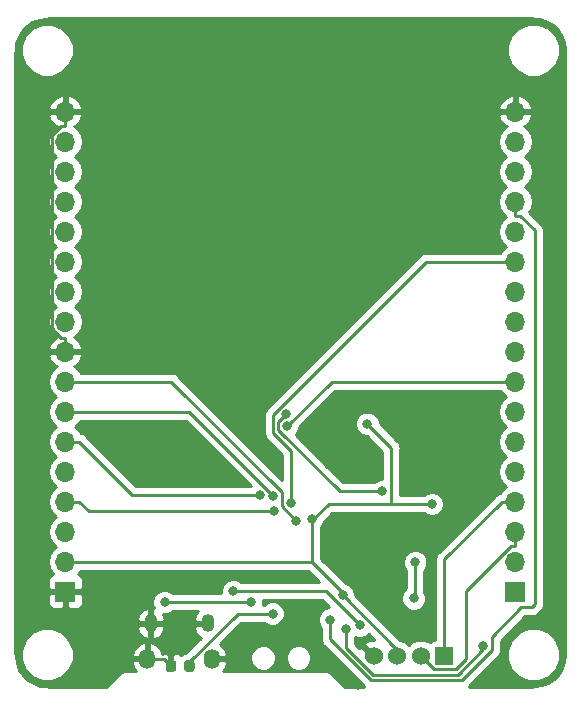
<source format=gbr>
G04 #@! TF.GenerationSoftware,KiCad,Pcbnew,5.0.2-bee76a0~70~ubuntu18.04.1*
G04 #@! TF.CreationDate,2019-02-14T01:12:15+09:00*
G04 #@! TF.ProjectId,LeonardoBB,4c656f6e-6172-4646-9f42-422e6b696361,rev?*
G04 #@! TF.SameCoordinates,Original*
G04 #@! TF.FileFunction,Copper,L2,Bot*
G04 #@! TF.FilePolarity,Positive*
%FSLAX46Y46*%
G04 Gerber Fmt 4.6, Leading zero omitted, Abs format (unit mm)*
G04 Created by KiCad (PCBNEW 5.0.2-bee76a0~70~ubuntu18.04.1) date 2019年02月14日 01時12分15秒*
%MOMM*%
%LPD*%
G01*
G04 APERTURE LIST*
G04 #@! TA.AperFunction,Conductor*
%ADD10C,0.100000*%
G04 #@! TD*
G04 #@! TA.AperFunction,SMDPad,CuDef*
%ADD11C,0.875000*%
G04 #@! TD*
G04 #@! TA.AperFunction,ComponentPad*
%ADD12O,1.100000X1.500000*%
G04 #@! TD*
G04 #@! TA.AperFunction,ComponentPad*
%ADD13O,1.350000X1.700000*%
G04 #@! TD*
G04 #@! TA.AperFunction,ComponentPad*
%ADD14R,1.524000X1.524000*%
G04 #@! TD*
G04 #@! TA.AperFunction,ComponentPad*
%ADD15C,1.524000*%
G04 #@! TD*
G04 #@! TA.AperFunction,ComponentPad*
%ADD16O,1.700000X1.700000*%
G04 #@! TD*
G04 #@! TA.AperFunction,ComponentPad*
%ADD17R,1.700000X1.700000*%
G04 #@! TD*
G04 #@! TA.AperFunction,ViaPad*
%ADD18C,0.800000*%
G04 #@! TD*
G04 #@! TA.AperFunction,Conductor*
%ADD19C,0.250000*%
G04 #@! TD*
G04 #@! TA.AperFunction,Conductor*
%ADD20C,0.254000*%
G04 #@! TD*
G04 APERTURE END LIST*
D10*
G04 #@! TO.N,GND*
G04 #@! TO.C,D2*
G36*
X134110691Y-125066053D02*
X134131926Y-125069203D01*
X134152750Y-125074419D01*
X134172962Y-125081651D01*
X134192368Y-125090830D01*
X134210781Y-125101866D01*
X134228024Y-125114654D01*
X134243930Y-125129070D01*
X134258346Y-125144976D01*
X134271134Y-125162219D01*
X134282170Y-125180632D01*
X134291349Y-125200038D01*
X134298581Y-125220250D01*
X134303797Y-125241074D01*
X134306947Y-125262309D01*
X134308000Y-125283750D01*
X134308000Y-125796250D01*
X134306947Y-125817691D01*
X134303797Y-125838926D01*
X134298581Y-125859750D01*
X134291349Y-125879962D01*
X134282170Y-125899368D01*
X134271134Y-125917781D01*
X134258346Y-125935024D01*
X134243930Y-125950930D01*
X134228024Y-125965346D01*
X134210781Y-125978134D01*
X134192368Y-125989170D01*
X134172962Y-125998349D01*
X134152750Y-126005581D01*
X134131926Y-126010797D01*
X134110691Y-126013947D01*
X134089250Y-126015000D01*
X133651750Y-126015000D01*
X133630309Y-126013947D01*
X133609074Y-126010797D01*
X133588250Y-126005581D01*
X133568038Y-125998349D01*
X133548632Y-125989170D01*
X133530219Y-125978134D01*
X133512976Y-125965346D01*
X133497070Y-125950930D01*
X133482654Y-125935024D01*
X133469866Y-125917781D01*
X133458830Y-125899368D01*
X133449651Y-125879962D01*
X133442419Y-125859750D01*
X133437203Y-125838926D01*
X133434053Y-125817691D01*
X133433000Y-125796250D01*
X133433000Y-125283750D01*
X133434053Y-125262309D01*
X133437203Y-125241074D01*
X133442419Y-125220250D01*
X133449651Y-125200038D01*
X133458830Y-125180632D01*
X133469866Y-125162219D01*
X133482654Y-125144976D01*
X133497070Y-125129070D01*
X133512976Y-125114654D01*
X133530219Y-125101866D01*
X133548632Y-125090830D01*
X133568038Y-125081651D01*
X133588250Y-125074419D01*
X133609074Y-125069203D01*
X133630309Y-125066053D01*
X133651750Y-125065000D01*
X134089250Y-125065000D01*
X134110691Y-125066053D01*
X134110691Y-125066053D01*
G37*
D11*
G04 #@! TD*
G04 #@! TO.P,D2,1*
G04 #@! TO.N,GND*
X133870500Y-125540000D03*
D10*
G04 #@! TO.N,Net-(D2-Pad2)*
G04 #@! TO.C,D2*
G36*
X135685691Y-125066053D02*
X135706926Y-125069203D01*
X135727750Y-125074419D01*
X135747962Y-125081651D01*
X135767368Y-125090830D01*
X135785781Y-125101866D01*
X135803024Y-125114654D01*
X135818930Y-125129070D01*
X135833346Y-125144976D01*
X135846134Y-125162219D01*
X135857170Y-125180632D01*
X135866349Y-125200038D01*
X135873581Y-125220250D01*
X135878797Y-125241074D01*
X135881947Y-125262309D01*
X135883000Y-125283750D01*
X135883000Y-125796250D01*
X135881947Y-125817691D01*
X135878797Y-125838926D01*
X135873581Y-125859750D01*
X135866349Y-125879962D01*
X135857170Y-125899368D01*
X135846134Y-125917781D01*
X135833346Y-125935024D01*
X135818930Y-125950930D01*
X135803024Y-125965346D01*
X135785781Y-125978134D01*
X135767368Y-125989170D01*
X135747962Y-125998349D01*
X135727750Y-126005581D01*
X135706926Y-126010797D01*
X135685691Y-126013947D01*
X135664250Y-126015000D01*
X135226750Y-126015000D01*
X135205309Y-126013947D01*
X135184074Y-126010797D01*
X135163250Y-126005581D01*
X135143038Y-125998349D01*
X135123632Y-125989170D01*
X135105219Y-125978134D01*
X135087976Y-125965346D01*
X135072070Y-125950930D01*
X135057654Y-125935024D01*
X135044866Y-125917781D01*
X135033830Y-125899368D01*
X135024651Y-125879962D01*
X135017419Y-125859750D01*
X135012203Y-125838926D01*
X135009053Y-125817691D01*
X135008000Y-125796250D01*
X135008000Y-125283750D01*
X135009053Y-125262309D01*
X135012203Y-125241074D01*
X135017419Y-125220250D01*
X135024651Y-125200038D01*
X135033830Y-125180632D01*
X135044866Y-125162219D01*
X135057654Y-125144976D01*
X135072070Y-125129070D01*
X135087976Y-125114654D01*
X135105219Y-125101866D01*
X135123632Y-125090830D01*
X135143038Y-125081651D01*
X135163250Y-125074419D01*
X135184074Y-125069203D01*
X135205309Y-125066053D01*
X135226750Y-125065000D01*
X135664250Y-125065000D01*
X135685691Y-125066053D01*
X135685691Y-125066053D01*
G37*
D11*
G04 #@! TD*
G04 #@! TO.P,D2,2*
G04 #@! TO.N,Net-(D2-Pad2)*
X135445500Y-125540000D03*
D12*
G04 #@! TO.P,J1,6*
G04 #@! TO.N,GND*
X132175000Y-121940000D03*
X137015000Y-121940000D03*
D13*
X131865000Y-124940000D03*
X137325000Y-124940000D03*
G04 #@! TD*
D14*
G04 #@! TO.P,J4,1*
G04 #@! TO.N,D3_SCL*
X157035000Y-124714000D03*
D15*
G04 #@! TO.P,J4,2*
G04 #@! TO.N,D2_SDA*
X155035000Y-124714000D03*
G04 #@! TO.P,J4,3*
G04 #@! TO.N,+5V*
X153035000Y-124714000D03*
G04 #@! TO.P,J4,4*
G04 #@! TO.N,GND*
X151035000Y-124714000D03*
G04 #@! TD*
D16*
G04 #@! TO.P,J2,17*
G04 #@! TO.N,GND*
X163050000Y-78610000D03*
G04 #@! TO.P,J2,16*
G04 #@! TO.N,+5V*
X163050000Y-81150000D03*
G04 #@! TO.P,J2,15*
G04 #@! TO.N,+3V3*
X163050000Y-83690000D03*
G04 #@! TO.P,J2,14*
G04 #@! TO.N,D13_PWM*
X163050000Y-86230000D03*
G04 #@! TO.P,J2,13*
G04 #@! TO.N,D12*
X163050000Y-88770000D03*
G04 #@! TO.P,J2,12*
G04 #@! TO.N,D11_PWM*
X163050000Y-91310000D03*
G04 #@! TO.P,J2,11*
G04 #@! TO.N,D10_PWM*
X163050000Y-93850000D03*
G04 #@! TO.P,J2,10*
G04 #@! TO.N,D9_PWM*
X163050000Y-96390000D03*
G04 #@! TO.P,J2,9*
G04 #@! TO.N,D8*
X163050000Y-98930000D03*
G04 #@! TO.P,J2,8*
G04 #@! TO.N,D7*
X163050000Y-101470000D03*
G04 #@! TO.P,J2,7*
G04 #@! TO.N,D6_PWM*
X163050000Y-104010000D03*
G04 #@! TO.P,J2,6*
G04 #@! TO.N,D5_PWM*
X163050000Y-106550000D03*
G04 #@! TO.P,J2,5*
G04 #@! TO.N,D4*
X163050000Y-109090000D03*
G04 #@! TO.P,J2,4*
G04 #@! TO.N,D3_SCL*
X163050000Y-111630000D03*
G04 #@! TO.P,J2,3*
G04 #@! TO.N,D2_SDA*
X163050000Y-114170000D03*
G04 #@! TO.P,J2,2*
G04 #@! TO.N,D1_TX*
X163050000Y-116710000D03*
D17*
G04 #@! TO.P,J2,1*
G04 #@! TO.N,D0_RX*
X163050000Y-119250000D03*
G04 #@! TD*
G04 #@! TO.P,J3,1*
G04 #@! TO.N,GND*
X124950000Y-119250000D03*
D16*
G04 #@! TO.P,J3,2*
G04 #@! TO.N,+5V*
X124950000Y-116710000D03*
G04 #@! TO.P,J3,3*
G04 #@! TO.N,RAW*
X124950000Y-114170000D03*
G04 #@! TO.P,J3,4*
G04 #@! TO.N,MISO*
X124950000Y-111630000D03*
G04 #@! TO.P,J3,5*
G04 #@! TO.N,+5V*
X124950000Y-109090000D03*
G04 #@! TO.P,J3,6*
G04 #@! TO.N,SCK*
X124950000Y-106550000D03*
G04 #@! TO.P,J3,7*
G04 #@! TO.N,MOSI*
X124950000Y-104010000D03*
G04 #@! TO.P,J3,8*
G04 #@! TO.N,RESET*
X124950000Y-101470000D03*
G04 #@! TO.P,J3,9*
G04 #@! TO.N,GND*
X124950000Y-98930000D03*
G04 #@! TO.P,J3,10*
G04 #@! TO.N,AREF*
X124950000Y-96390000D03*
G04 #@! TO.P,J3,11*
G04 #@! TO.N,A5*
X124950000Y-93850000D03*
G04 #@! TO.P,J3,12*
G04 #@! TO.N,A4*
X124950000Y-91310000D03*
G04 #@! TO.P,J3,13*
G04 #@! TO.N,A3*
X124950000Y-88770000D03*
G04 #@! TO.P,J3,14*
G04 #@! TO.N,A2*
X124950000Y-86230000D03*
G04 #@! TO.P,J3,15*
G04 #@! TO.N,A1*
X124950000Y-83690000D03*
G04 #@! TO.P,J3,16*
G04 #@! TO.N,A0*
X124950000Y-81150000D03*
G04 #@! TO.P,J3,17*
G04 #@! TO.N,GND*
X124950000Y-78610000D03*
G04 #@! TD*
D18*
G04 #@! TO.N,GND*
X147286000Y-108486000D03*
X150114000Y-103251000D03*
X153098500Y-122745500D03*
X149733000Y-127190500D03*
X142303500Y-102298500D03*
X133731000Y-109220000D03*
X128651000Y-106680000D03*
G04 #@! TO.N,VBUS*
X140653400Y-120142000D03*
X133343600Y-120142000D03*
G04 #@! TO.N,Net-(C6-Pad1)*
X151793000Y-110721400D03*
X143636000Y-104227700D03*
G04 #@! TO.N,+5V*
X150518700Y-105038800D03*
X148436100Y-119555400D03*
X145786000Y-113120600D03*
X155989000Y-111824000D03*
G04 #@! TO.N,+3V3*
X160334700Y-123870000D03*
X148716700Y-122398000D03*
G04 #@! TO.N,Net-(D2-Pad2)*
X142483900Y-121102700D03*
G04 #@! TO.N,D7*
X143716300Y-105244600D03*
G04 #@! TO.N,D11_PWM*
X144053000Y-111732900D03*
G04 #@! TO.N,D13_PWM*
X147348500Y-121619800D03*
G04 #@! TO.N,RESET*
X144491700Y-113244400D03*
G04 #@! TO.N,MOSI*
X142546300Y-111127000D03*
G04 #@! TO.N,SCK*
X141454100Y-111050700D03*
G04 #@! TO.N,MISO*
X142580600Y-112412500D03*
G04 #@! TO.N,Net-(Q2-Pad4)*
X154436800Y-119817600D03*
X154568800Y-116774900D03*
G04 #@! TO.N,Net-(R5-Pad2)*
X139152800Y-119195400D03*
X149894600Y-122115900D03*
G04 #@! TD*
D19*
G04 #@! TO.N,GND*
X124950000Y-78610000D02*
X124950000Y-79785300D01*
X124950000Y-98930000D02*
X124950000Y-97754700D01*
X124950000Y-97754700D02*
X124582700Y-97754700D01*
X124582700Y-97754700D02*
X123774700Y-96946700D01*
X123774700Y-96946700D02*
X123774700Y-80593200D01*
X123774700Y-80593200D02*
X124582600Y-79785300D01*
X124582600Y-79785300D02*
X124950000Y-79785300D01*
X133870500Y-125540000D02*
X133270500Y-124940000D01*
X133270500Y-124940000D02*
X131865000Y-124940000D01*
X138250000Y-124940000D02*
X140254000Y-122936000D01*
X137325000Y-124940000D02*
X138250000Y-124940000D01*
X140254000Y-122936000D02*
X145478500Y-122936000D01*
X145478500Y-122936000D02*
X149733000Y-127190500D01*
X133731000Y-109220000D02*
X131191000Y-106680000D01*
X131191000Y-106680000D02*
X128651000Y-106680000D01*
G04 #@! TO.N,VBUS*
X133343600Y-120142000D02*
X140653400Y-120142000D01*
G04 #@! TO.N,Net-(C6-Pad1)*
X151793000Y-110721400D02*
X148156300Y-110721400D01*
X148156300Y-110721400D02*
X142990900Y-105556000D01*
X142990900Y-105556000D02*
X142990900Y-104872800D01*
X142990900Y-104872800D02*
X143636000Y-104227700D01*
G04 #@! TO.N,+5V*
X150518700Y-105038800D02*
X152549800Y-107069900D01*
X152549800Y-107069900D02*
X152549800Y-111824000D01*
X152549800Y-111824000D02*
X147240400Y-111824000D01*
X147240400Y-111824000D02*
X145864900Y-113199500D01*
X155989000Y-111824000D02*
X152549800Y-111824000D01*
X145786000Y-116710000D02*
X148436100Y-119360100D01*
X148436100Y-119360100D02*
X148436100Y-119555400D01*
X148436100Y-119555400D02*
X153035000Y-124154300D01*
X153035000Y-124154300D02*
X153035000Y-124714000D01*
X145864900Y-113199500D02*
X145786000Y-113120600D01*
X145864900Y-113199500D02*
X145864900Y-116631100D01*
X145864900Y-116631100D02*
X145786000Y-116710000D01*
X126125300Y-116710000D02*
X145786000Y-116710000D01*
X124950000Y-116710000D02*
X126125300Y-116710000D01*
G04 #@! TO.N,+3V3*
X160334700Y-123870000D02*
X160334700Y-124096800D01*
X160334700Y-124096800D02*
X158155000Y-126276500D01*
X158155000Y-126276500D02*
X150980200Y-126276500D01*
X150980200Y-126276500D02*
X148716700Y-124013000D01*
X148716700Y-124013000D02*
X148716700Y-122398000D01*
G04 #@! TO.N,Net-(D2-Pad2)*
X135445500Y-125540000D02*
X135445500Y-125183200D01*
X135445500Y-125183200D02*
X139526000Y-121102700D01*
X139526000Y-121102700D02*
X142483900Y-121102700D01*
G04 #@! TO.N,D2_SDA*
X163050000Y-114170000D02*
X163050000Y-115345300D01*
X155035000Y-124714000D02*
X156122400Y-125801400D01*
X156122400Y-125801400D02*
X157993200Y-125801400D01*
X157993200Y-125801400D02*
X158865800Y-124928800D01*
X158865800Y-124928800D02*
X158865800Y-119162200D01*
X158865800Y-119162200D02*
X162682700Y-115345300D01*
X162682700Y-115345300D02*
X163050000Y-115345300D01*
G04 #@! TO.N,D3_SCL*
X157035000Y-123626700D02*
X157035000Y-116469700D01*
X157035000Y-116469700D02*
X161874700Y-111630000D01*
X157035000Y-124714000D02*
X157035000Y-123626700D01*
X163050000Y-111630000D02*
X161874700Y-111630000D01*
G04 #@! TO.N,D7*
X143716300Y-105244600D02*
X147490900Y-101470000D01*
X147490900Y-101470000D02*
X163050000Y-101470000D01*
G04 #@! TO.N,D11_PWM*
X163050000Y-91310000D02*
X155516400Y-91310000D01*
X155516400Y-91310000D02*
X142533500Y-104292900D01*
X142533500Y-104292900D02*
X142533500Y-105828600D01*
X142533500Y-105828600D02*
X144053000Y-107348100D01*
X144053000Y-107348100D02*
X144053000Y-111732900D01*
G04 #@! TO.N,D13_PWM*
X163050000Y-87405300D02*
X163417300Y-87405300D01*
X163417300Y-87405300D02*
X164676200Y-88664200D01*
X163050000Y-86230000D02*
X163050000Y-87405300D01*
X164421700Y-120587000D02*
X164676200Y-120332500D01*
X163559402Y-120587000D02*
X164421700Y-120587000D01*
X161059701Y-124218001D02*
X161059701Y-123086701D01*
X147348500Y-121619800D02*
X147348500Y-123283100D01*
X161059701Y-123086701D02*
X163559402Y-120587000D01*
X147348500Y-123283100D02*
X150805800Y-126740400D01*
X150805800Y-126740400D02*
X158537302Y-126740400D01*
X158537302Y-126740400D02*
X161059701Y-124218001D01*
X164676200Y-120332500D02*
X164676200Y-88664200D01*
G04 #@! TO.N,RESET*
X144491700Y-113244400D02*
X143271600Y-112024300D01*
X143271600Y-112024300D02*
X143271600Y-110826500D01*
X143271600Y-110826500D02*
X133915100Y-101470000D01*
X133915100Y-101470000D02*
X124950000Y-101470000D01*
G04 #@! TO.N,MOSI*
X142546300Y-111127000D02*
X142546300Y-111117100D01*
X142546300Y-111117100D02*
X135439200Y-104010000D01*
X135439200Y-104010000D02*
X124950000Y-104010000D01*
G04 #@! TO.N,SCK*
X126125300Y-106550000D02*
X130626000Y-111050700D01*
X130626000Y-111050700D02*
X141454100Y-111050700D01*
X124950000Y-106550000D02*
X126125300Y-106550000D01*
G04 #@! TO.N,MISO*
X126125300Y-111630000D02*
X126907800Y-112412500D01*
X126907800Y-112412500D02*
X142580600Y-112412500D01*
X124950000Y-111630000D02*
X126125300Y-111630000D01*
G04 #@! TO.N,Net-(Q2-Pad4)*
X154436800Y-119817600D02*
X154568800Y-119685600D01*
X154568800Y-119685600D02*
X154568800Y-116774900D01*
G04 #@! TO.N,Net-(R5-Pad2)*
X139152800Y-119195400D02*
X146974100Y-119195400D01*
X146974100Y-119195400D02*
X149894600Y-122115900D01*
G04 #@! TD*
D20*
G04 #@! TO.N,GND*
G36*
X147288699Y-120584800D02*
X147142626Y-120584800D01*
X146762220Y-120742369D01*
X146471069Y-121033520D01*
X146313500Y-121413926D01*
X146313500Y-121825674D01*
X146471069Y-122206080D01*
X146588500Y-122323511D01*
X146588501Y-123208249D01*
X146573612Y-123283100D01*
X146588501Y-123357952D01*
X146632597Y-123579637D01*
X146800572Y-123831029D01*
X146864028Y-123873429D01*
X150215471Y-127224873D01*
X150257871Y-127288329D01*
X150260372Y-127290000D01*
X148594092Y-127290000D01*
X147551494Y-126247404D01*
X147511881Y-126188119D01*
X147277028Y-126031195D01*
X147069926Y-125990000D01*
X147069924Y-125990000D01*
X147000000Y-125976091D01*
X146930076Y-125990000D01*
X138271292Y-125990000D01*
X138469018Y-125759759D01*
X138628673Y-125272883D01*
X138478571Y-125067000D01*
X137452000Y-125067000D01*
X137452000Y-125087000D01*
X137198000Y-125087000D01*
X137198000Y-125067000D01*
X137178000Y-125067000D01*
X137178000Y-124813000D01*
X137198000Y-124813000D01*
X137198000Y-124793000D01*
X137452000Y-124793000D01*
X137452000Y-124813000D01*
X138478571Y-124813000D01*
X138606026Y-124638180D01*
X140607000Y-124638180D01*
X140607000Y-125069820D01*
X140772182Y-125468603D01*
X141077397Y-125773818D01*
X141476180Y-125939000D01*
X141907820Y-125939000D01*
X142306603Y-125773818D01*
X142611818Y-125468603D01*
X142777000Y-125069820D01*
X142777000Y-124638180D01*
X143607000Y-124638180D01*
X143607000Y-125069820D01*
X143772182Y-125468603D01*
X144077397Y-125773818D01*
X144476180Y-125939000D01*
X144907820Y-125939000D01*
X145306603Y-125773818D01*
X145611818Y-125468603D01*
X145777000Y-125069820D01*
X145777000Y-124638180D01*
X145611818Y-124239397D01*
X145306603Y-123934182D01*
X144907820Y-123769000D01*
X144476180Y-123769000D01*
X144077397Y-123934182D01*
X143772182Y-124239397D01*
X143607000Y-124638180D01*
X142777000Y-124638180D01*
X142611818Y-124239397D01*
X142306603Y-123934182D01*
X141907820Y-123769000D01*
X141476180Y-123769000D01*
X141077397Y-123934182D01*
X140772182Y-124239397D01*
X140607000Y-124638180D01*
X138606026Y-124638180D01*
X138628673Y-124607117D01*
X138469018Y-124120241D01*
X138135196Y-123731524D01*
X138026826Y-123676676D01*
X139840803Y-121862700D01*
X141780189Y-121862700D01*
X141897620Y-121980131D01*
X142278026Y-122137700D01*
X142689774Y-122137700D01*
X143070180Y-121980131D01*
X143361331Y-121688980D01*
X143518900Y-121308574D01*
X143518900Y-120896826D01*
X143361331Y-120516420D01*
X143070180Y-120225269D01*
X142689774Y-120067700D01*
X142278026Y-120067700D01*
X141897620Y-120225269D01*
X141780189Y-120342700D01*
X141688400Y-120342700D01*
X141688400Y-119955400D01*
X146659299Y-119955400D01*
X147288699Y-120584800D01*
X147288699Y-120584800D01*
G37*
X147288699Y-120584800D02*
X147142626Y-120584800D01*
X146762220Y-120742369D01*
X146471069Y-121033520D01*
X146313500Y-121413926D01*
X146313500Y-121825674D01*
X146471069Y-122206080D01*
X146588500Y-122323511D01*
X146588501Y-123208249D01*
X146573612Y-123283100D01*
X146588501Y-123357952D01*
X146632597Y-123579637D01*
X146800572Y-123831029D01*
X146864028Y-123873429D01*
X150215471Y-127224873D01*
X150257871Y-127288329D01*
X150260372Y-127290000D01*
X148594092Y-127290000D01*
X147551494Y-126247404D01*
X147511881Y-126188119D01*
X147277028Y-126031195D01*
X147069926Y-125990000D01*
X147069924Y-125990000D01*
X147000000Y-125976091D01*
X146930076Y-125990000D01*
X138271292Y-125990000D01*
X138469018Y-125759759D01*
X138628673Y-125272883D01*
X138478571Y-125067000D01*
X137452000Y-125067000D01*
X137452000Y-125087000D01*
X137198000Y-125087000D01*
X137198000Y-125067000D01*
X137178000Y-125067000D01*
X137178000Y-124813000D01*
X137198000Y-124813000D01*
X137198000Y-124793000D01*
X137452000Y-124793000D01*
X137452000Y-124813000D01*
X138478571Y-124813000D01*
X138606026Y-124638180D01*
X140607000Y-124638180D01*
X140607000Y-125069820D01*
X140772182Y-125468603D01*
X141077397Y-125773818D01*
X141476180Y-125939000D01*
X141907820Y-125939000D01*
X142306603Y-125773818D01*
X142611818Y-125468603D01*
X142777000Y-125069820D01*
X142777000Y-124638180D01*
X143607000Y-124638180D01*
X143607000Y-125069820D01*
X143772182Y-125468603D01*
X144077397Y-125773818D01*
X144476180Y-125939000D01*
X144907820Y-125939000D01*
X145306603Y-125773818D01*
X145611818Y-125468603D01*
X145777000Y-125069820D01*
X145777000Y-124638180D01*
X145611818Y-124239397D01*
X145306603Y-123934182D01*
X144907820Y-123769000D01*
X144476180Y-123769000D01*
X144077397Y-123934182D01*
X143772182Y-124239397D01*
X143607000Y-124638180D01*
X142777000Y-124638180D01*
X142611818Y-124239397D01*
X142306603Y-123934182D01*
X141907820Y-123769000D01*
X141476180Y-123769000D01*
X141077397Y-123934182D01*
X140772182Y-124239397D01*
X140607000Y-124638180D01*
X138606026Y-124638180D01*
X138628673Y-124607117D01*
X138469018Y-124120241D01*
X138135196Y-123731524D01*
X138026826Y-123676676D01*
X139840803Y-121862700D01*
X141780189Y-121862700D01*
X141897620Y-121980131D01*
X142278026Y-122137700D01*
X142689774Y-122137700D01*
X143070180Y-121980131D01*
X143361331Y-121688980D01*
X143518900Y-121308574D01*
X143518900Y-120896826D01*
X143361331Y-120516420D01*
X143070180Y-120225269D01*
X142689774Y-120067700D01*
X142278026Y-120067700D01*
X141897620Y-120225269D01*
X141780189Y-120342700D01*
X141688400Y-120342700D01*
X141688400Y-119955400D01*
X146659299Y-119955400D01*
X147288699Y-120584800D01*
G36*
X164439665Y-70717298D02*
X164520621Y-70730701D01*
X165171339Y-70801391D01*
X165716030Y-70984701D01*
X166208644Y-71280693D01*
X166626208Y-71675564D01*
X166949237Y-72150888D01*
X167162663Y-72684490D01*
X167261385Y-73280823D01*
X167265287Y-73420521D01*
X167286832Y-73577811D01*
X167290001Y-73586424D01*
X167290000Y-124418227D01*
X167282702Y-124439665D01*
X167269299Y-124520621D01*
X167198609Y-125171338D01*
X167015299Y-125716030D01*
X166719310Y-126208640D01*
X166324439Y-126626205D01*
X165849112Y-126949237D01*
X165315507Y-127162664D01*
X164719177Y-127261385D01*
X164579479Y-127265287D01*
X164422189Y-127286832D01*
X164413579Y-127290000D01*
X159082730Y-127290000D01*
X159085231Y-127288329D01*
X159127633Y-127224870D01*
X161544174Y-124808330D01*
X161607630Y-124765930D01*
X161775605Y-124514538D01*
X161819701Y-124292853D01*
X161819701Y-124292848D01*
X161834589Y-124218001D01*
X161822144Y-124155431D01*
X162365000Y-124155431D01*
X162365000Y-125044569D01*
X162705259Y-125866026D01*
X163333974Y-126494741D01*
X164155431Y-126835000D01*
X165044569Y-126835000D01*
X165866026Y-126494741D01*
X166494741Y-125866026D01*
X166835000Y-125044569D01*
X166835000Y-124155431D01*
X166494741Y-123333974D01*
X165866026Y-122705259D01*
X165044569Y-122365000D01*
X164155431Y-122365000D01*
X163333974Y-122705259D01*
X162705259Y-123333974D01*
X162365000Y-124155431D01*
X161822144Y-124155431D01*
X161819701Y-124143154D01*
X161819701Y-123401502D01*
X163874204Y-121347000D01*
X164346853Y-121347000D01*
X164421700Y-121361888D01*
X164496547Y-121347000D01*
X164496552Y-121347000D01*
X164718237Y-121302904D01*
X164969629Y-121134929D01*
X165012030Y-121071471D01*
X165160673Y-120922829D01*
X165224129Y-120880429D01*
X165392104Y-120629037D01*
X165436200Y-120407352D01*
X165436200Y-120407348D01*
X165451088Y-120332501D01*
X165436200Y-120257654D01*
X165436200Y-88739046D01*
X165451088Y-88664199D01*
X165436200Y-88589352D01*
X165436200Y-88589348D01*
X165392104Y-88367663D01*
X165350302Y-88305102D01*
X165266529Y-88179726D01*
X165266527Y-88179724D01*
X165224129Y-88116271D01*
X165160676Y-88073873D01*
X164227491Y-87140689D01*
X164448839Y-86809418D01*
X164564092Y-86230000D01*
X164448839Y-85650582D01*
X164120625Y-85159375D01*
X163822239Y-84960000D01*
X164120625Y-84760625D01*
X164448839Y-84269418D01*
X164564092Y-83690000D01*
X164448839Y-83110582D01*
X164120625Y-82619375D01*
X163822239Y-82420000D01*
X164120625Y-82220625D01*
X164448839Y-81729418D01*
X164564092Y-81150000D01*
X164448839Y-80570582D01*
X164120625Y-80079375D01*
X163801522Y-79866157D01*
X163931358Y-79805183D01*
X164321645Y-79376924D01*
X164491476Y-78966890D01*
X164370155Y-78737000D01*
X163177000Y-78737000D01*
X163177000Y-78757000D01*
X162923000Y-78757000D01*
X162923000Y-78737000D01*
X161729845Y-78737000D01*
X161608524Y-78966890D01*
X161778355Y-79376924D01*
X162168642Y-79805183D01*
X162298478Y-79866157D01*
X161979375Y-80079375D01*
X161651161Y-80570582D01*
X161535908Y-81150000D01*
X161651161Y-81729418D01*
X161979375Y-82220625D01*
X162277761Y-82420000D01*
X161979375Y-82619375D01*
X161651161Y-83110582D01*
X161535908Y-83690000D01*
X161651161Y-84269418D01*
X161979375Y-84760625D01*
X162277761Y-84960000D01*
X161979375Y-85159375D01*
X161651161Y-85650582D01*
X161535908Y-86230000D01*
X161651161Y-86809418D01*
X161979375Y-87300625D01*
X162277761Y-87500000D01*
X161979375Y-87699375D01*
X161651161Y-88190582D01*
X161535908Y-88770000D01*
X161651161Y-89349418D01*
X161979375Y-89840625D01*
X162277761Y-90040000D01*
X161979375Y-90239375D01*
X161771822Y-90550000D01*
X155591246Y-90550000D01*
X155516399Y-90535112D01*
X155441552Y-90550000D01*
X155441548Y-90550000D01*
X155219863Y-90594096D01*
X154968471Y-90762071D01*
X154926071Y-90825527D01*
X142049030Y-103702569D01*
X141985571Y-103744971D01*
X141817596Y-103996364D01*
X141773500Y-104218049D01*
X141773500Y-104218053D01*
X141758612Y-104292900D01*
X141773500Y-104367747D01*
X141773501Y-105753749D01*
X141758612Y-105828600D01*
X141817597Y-106125137D01*
X141915664Y-106271904D01*
X141985572Y-106376529D01*
X142049028Y-106418929D01*
X143293000Y-107662902D01*
X143293001Y-109773099D01*
X134505431Y-100985530D01*
X134463029Y-100922071D01*
X134211637Y-100754096D01*
X133989952Y-100710000D01*
X133989947Y-100710000D01*
X133915100Y-100695112D01*
X133840253Y-100710000D01*
X126228178Y-100710000D01*
X126020625Y-100399375D01*
X125701522Y-100186157D01*
X125831358Y-100125183D01*
X126221645Y-99696924D01*
X126391476Y-99286890D01*
X126270155Y-99057000D01*
X125077000Y-99057000D01*
X125077000Y-99077000D01*
X124823000Y-99077000D01*
X124823000Y-99057000D01*
X123629845Y-99057000D01*
X123508524Y-99286890D01*
X123678355Y-99696924D01*
X124068642Y-100125183D01*
X124198478Y-100186157D01*
X123879375Y-100399375D01*
X123551161Y-100890582D01*
X123435908Y-101470000D01*
X123551161Y-102049418D01*
X123879375Y-102540625D01*
X124177761Y-102740000D01*
X123879375Y-102939375D01*
X123551161Y-103430582D01*
X123435908Y-104010000D01*
X123551161Y-104589418D01*
X123879375Y-105080625D01*
X124177761Y-105280000D01*
X123879375Y-105479375D01*
X123551161Y-105970582D01*
X123435908Y-106550000D01*
X123551161Y-107129418D01*
X123879375Y-107620625D01*
X124177761Y-107820000D01*
X123879375Y-108019375D01*
X123551161Y-108510582D01*
X123435908Y-109090000D01*
X123551161Y-109669418D01*
X123879375Y-110160625D01*
X124177761Y-110360000D01*
X123879375Y-110559375D01*
X123551161Y-111050582D01*
X123435908Y-111630000D01*
X123551161Y-112209418D01*
X123879375Y-112700625D01*
X124177761Y-112900000D01*
X123879375Y-113099375D01*
X123551161Y-113590582D01*
X123435908Y-114170000D01*
X123551161Y-114749418D01*
X123879375Y-115240625D01*
X124177761Y-115440000D01*
X123879375Y-115639375D01*
X123551161Y-116130582D01*
X123435908Y-116710000D01*
X123551161Y-117289418D01*
X123879375Y-117780625D01*
X123901033Y-117795096D01*
X123740302Y-117861673D01*
X123561673Y-118040301D01*
X123465000Y-118273690D01*
X123465000Y-118964250D01*
X123623750Y-119123000D01*
X124823000Y-119123000D01*
X124823000Y-119103000D01*
X125077000Y-119103000D01*
X125077000Y-119123000D01*
X126276250Y-119123000D01*
X126435000Y-118964250D01*
X126435000Y-118273690D01*
X126338327Y-118040301D01*
X126159698Y-117861673D01*
X125998967Y-117795096D01*
X126020625Y-117780625D01*
X126228178Y-117470000D01*
X145471199Y-117470000D01*
X146436598Y-118435400D01*
X139856511Y-118435400D01*
X139739080Y-118317969D01*
X139358674Y-118160400D01*
X138946926Y-118160400D01*
X138566520Y-118317969D01*
X138275369Y-118609120D01*
X138117800Y-118989526D01*
X138117800Y-119382000D01*
X134047311Y-119382000D01*
X133929880Y-119264569D01*
X133549474Y-119107000D01*
X133137726Y-119107000D01*
X132757320Y-119264569D01*
X132466169Y-119555720D01*
X132308600Y-119936126D01*
X132308600Y-120347874D01*
X132427683Y-120635366D01*
X132302000Y-120721639D01*
X132302000Y-121813000D01*
X133205148Y-121813000D01*
X133360680Y-121626117D01*
X133226844Y-121181046D01*
X133223540Y-121177000D01*
X133549474Y-121177000D01*
X133929880Y-121019431D01*
X134047311Y-120902000D01*
X136191035Y-120902000D01*
X135963156Y-121181046D01*
X135829320Y-121626117D01*
X135984852Y-121813000D01*
X136888000Y-121813000D01*
X136888000Y-121793000D01*
X137142000Y-121793000D01*
X137142000Y-121813000D01*
X137162000Y-121813000D01*
X137162000Y-122067000D01*
X137142000Y-122067000D01*
X137142000Y-122087000D01*
X136888000Y-122087000D01*
X136888000Y-122067000D01*
X135984852Y-122067000D01*
X135829320Y-122253883D01*
X135963156Y-122698954D01*
X136257125Y-123058929D01*
X136411808Y-123142091D01*
X135113889Y-124440009D01*
X134895273Y-124483495D01*
X134732969Y-124591943D01*
X134667698Y-124526673D01*
X134434309Y-124430000D01*
X134156250Y-124430000D01*
X133997500Y-124588750D01*
X133997500Y-125413000D01*
X134017500Y-125413000D01*
X134017500Y-125667000D01*
X133997500Y-125667000D01*
X133997500Y-125687000D01*
X133743500Y-125687000D01*
X133743500Y-125667000D01*
X133723500Y-125667000D01*
X133723500Y-125413000D01*
X133743500Y-125413000D01*
X133743500Y-124588750D01*
X133584750Y-124430000D01*
X133306691Y-124430000D01*
X133134044Y-124501513D01*
X133009018Y-124120241D01*
X132675196Y-123731524D01*
X132218029Y-123500144D01*
X132194400Y-123497090D01*
X131992000Y-123620776D01*
X131992000Y-124813000D01*
X132012000Y-124813000D01*
X132012000Y-125067000D01*
X131992000Y-125067000D01*
X131992000Y-125087000D01*
X131738000Y-125087000D01*
X131738000Y-125067000D01*
X130711429Y-125067000D01*
X130561327Y-125272883D01*
X130720982Y-125759759D01*
X130918708Y-125990000D01*
X130069926Y-125990000D01*
X130000000Y-125976091D01*
X129930074Y-125990000D01*
X129756650Y-126024496D01*
X129722972Y-126031195D01*
X129547449Y-126148476D01*
X129488119Y-126188119D01*
X129448510Y-126247398D01*
X128405910Y-127290000D01*
X123581773Y-127290000D01*
X123560335Y-127282702D01*
X123479379Y-127269299D01*
X122828662Y-127198609D01*
X122283970Y-127015299D01*
X121791360Y-126719310D01*
X121373795Y-126324439D01*
X121050763Y-125849112D01*
X120837336Y-125315507D01*
X120738615Y-124719177D01*
X120734713Y-124579479D01*
X120713168Y-124422189D01*
X120710000Y-124413579D01*
X120710000Y-124155431D01*
X121165000Y-124155431D01*
X121165000Y-125044569D01*
X121505259Y-125866026D01*
X122133974Y-126494741D01*
X122955431Y-126835000D01*
X123844569Y-126835000D01*
X124666026Y-126494741D01*
X125294741Y-125866026D01*
X125635000Y-125044569D01*
X125635000Y-124607117D01*
X130561327Y-124607117D01*
X130711429Y-124813000D01*
X131738000Y-124813000D01*
X131738000Y-123620776D01*
X131535600Y-123497090D01*
X131511971Y-123500144D01*
X131054804Y-123731524D01*
X130720982Y-124120241D01*
X130561327Y-124607117D01*
X125635000Y-124607117D01*
X125635000Y-124155431D01*
X125294741Y-123333974D01*
X124666026Y-122705259D01*
X123844569Y-122365000D01*
X122955431Y-122365000D01*
X122133974Y-122705259D01*
X121505259Y-123333974D01*
X121165000Y-124155431D01*
X120710000Y-124155431D01*
X120710000Y-122253883D01*
X130989320Y-122253883D01*
X131123156Y-122698954D01*
X131417125Y-123058929D01*
X131826474Y-123279006D01*
X131865256Y-123283803D01*
X132048000Y-123158361D01*
X132048000Y-122067000D01*
X132302000Y-122067000D01*
X132302000Y-123158361D01*
X132484744Y-123283803D01*
X132523526Y-123279006D01*
X132932875Y-123058929D01*
X133226844Y-122698954D01*
X133360680Y-122253883D01*
X133205148Y-122067000D01*
X132302000Y-122067000D01*
X132048000Y-122067000D01*
X131144852Y-122067000D01*
X130989320Y-122253883D01*
X120710000Y-122253883D01*
X120710000Y-121626117D01*
X130989320Y-121626117D01*
X131144852Y-121813000D01*
X132048000Y-121813000D01*
X132048000Y-120721639D01*
X131865256Y-120596197D01*
X131826474Y-120600994D01*
X131417125Y-120821071D01*
X131123156Y-121181046D01*
X130989320Y-121626117D01*
X120710000Y-121626117D01*
X120710000Y-119535750D01*
X123465000Y-119535750D01*
X123465000Y-120226310D01*
X123561673Y-120459699D01*
X123740302Y-120638327D01*
X123973691Y-120735000D01*
X124664250Y-120735000D01*
X124823000Y-120576250D01*
X124823000Y-119377000D01*
X125077000Y-119377000D01*
X125077000Y-120576250D01*
X125235750Y-120735000D01*
X125926309Y-120735000D01*
X126159698Y-120638327D01*
X126338327Y-120459699D01*
X126435000Y-120226310D01*
X126435000Y-119535750D01*
X126276250Y-119377000D01*
X125077000Y-119377000D01*
X124823000Y-119377000D01*
X123623750Y-119377000D01*
X123465000Y-119535750D01*
X120710000Y-119535750D01*
X120710000Y-81150000D01*
X123435908Y-81150000D01*
X123551161Y-81729418D01*
X123879375Y-82220625D01*
X124177761Y-82420000D01*
X123879375Y-82619375D01*
X123551161Y-83110582D01*
X123435908Y-83690000D01*
X123551161Y-84269418D01*
X123879375Y-84760625D01*
X124177761Y-84960000D01*
X123879375Y-85159375D01*
X123551161Y-85650582D01*
X123435908Y-86230000D01*
X123551161Y-86809418D01*
X123879375Y-87300625D01*
X124177761Y-87500000D01*
X123879375Y-87699375D01*
X123551161Y-88190582D01*
X123435908Y-88770000D01*
X123551161Y-89349418D01*
X123879375Y-89840625D01*
X124177761Y-90040000D01*
X123879375Y-90239375D01*
X123551161Y-90730582D01*
X123435908Y-91310000D01*
X123551161Y-91889418D01*
X123879375Y-92380625D01*
X124177761Y-92580000D01*
X123879375Y-92779375D01*
X123551161Y-93270582D01*
X123435908Y-93850000D01*
X123551161Y-94429418D01*
X123879375Y-94920625D01*
X124177761Y-95120000D01*
X123879375Y-95319375D01*
X123551161Y-95810582D01*
X123435908Y-96390000D01*
X123551161Y-96969418D01*
X123879375Y-97460625D01*
X124198478Y-97673843D01*
X124068642Y-97734817D01*
X123678355Y-98163076D01*
X123508524Y-98573110D01*
X123629845Y-98803000D01*
X124823000Y-98803000D01*
X124823000Y-98783000D01*
X125077000Y-98783000D01*
X125077000Y-98803000D01*
X126270155Y-98803000D01*
X126391476Y-98573110D01*
X126221645Y-98163076D01*
X125831358Y-97734817D01*
X125701522Y-97673843D01*
X126020625Y-97460625D01*
X126348839Y-96969418D01*
X126464092Y-96390000D01*
X126348839Y-95810582D01*
X126020625Y-95319375D01*
X125722239Y-95120000D01*
X126020625Y-94920625D01*
X126348839Y-94429418D01*
X126464092Y-93850000D01*
X126348839Y-93270582D01*
X126020625Y-92779375D01*
X125722239Y-92580000D01*
X126020625Y-92380625D01*
X126348839Y-91889418D01*
X126464092Y-91310000D01*
X126348839Y-90730582D01*
X126020625Y-90239375D01*
X125722239Y-90040000D01*
X126020625Y-89840625D01*
X126348839Y-89349418D01*
X126464092Y-88770000D01*
X126348839Y-88190582D01*
X126020625Y-87699375D01*
X125722239Y-87500000D01*
X126020625Y-87300625D01*
X126348839Y-86809418D01*
X126464092Y-86230000D01*
X126348839Y-85650582D01*
X126020625Y-85159375D01*
X125722239Y-84960000D01*
X126020625Y-84760625D01*
X126348839Y-84269418D01*
X126464092Y-83690000D01*
X126348839Y-83110582D01*
X126020625Y-82619375D01*
X125722239Y-82420000D01*
X126020625Y-82220625D01*
X126348839Y-81729418D01*
X126464092Y-81150000D01*
X126348839Y-80570582D01*
X126020625Y-80079375D01*
X125701522Y-79866157D01*
X125831358Y-79805183D01*
X126221645Y-79376924D01*
X126391476Y-78966890D01*
X126270155Y-78737000D01*
X125077000Y-78737000D01*
X125077000Y-78757000D01*
X124823000Y-78757000D01*
X124823000Y-78737000D01*
X123629845Y-78737000D01*
X123508524Y-78966890D01*
X123678355Y-79376924D01*
X124068642Y-79805183D01*
X124198478Y-79866157D01*
X123879375Y-80079375D01*
X123551161Y-80570582D01*
X123435908Y-81150000D01*
X120710000Y-81150000D01*
X120710000Y-78253110D01*
X123508524Y-78253110D01*
X123629845Y-78483000D01*
X124823000Y-78483000D01*
X124823000Y-77289181D01*
X125077000Y-77289181D01*
X125077000Y-78483000D01*
X126270155Y-78483000D01*
X126391476Y-78253110D01*
X161608524Y-78253110D01*
X161729845Y-78483000D01*
X162923000Y-78483000D01*
X162923000Y-77289181D01*
X163177000Y-77289181D01*
X163177000Y-78483000D01*
X164370155Y-78483000D01*
X164491476Y-78253110D01*
X164321645Y-77843076D01*
X163931358Y-77414817D01*
X163406892Y-77168514D01*
X163177000Y-77289181D01*
X162923000Y-77289181D01*
X162693108Y-77168514D01*
X162168642Y-77414817D01*
X161778355Y-77843076D01*
X161608524Y-78253110D01*
X126391476Y-78253110D01*
X126221645Y-77843076D01*
X125831358Y-77414817D01*
X125306892Y-77168514D01*
X125077000Y-77289181D01*
X124823000Y-77289181D01*
X124593108Y-77168514D01*
X124068642Y-77414817D01*
X123678355Y-77843076D01*
X123508524Y-78253110D01*
X120710000Y-78253110D01*
X120710000Y-73581773D01*
X120717298Y-73560335D01*
X120730701Y-73479379D01*
X120787619Y-72955431D01*
X121165000Y-72955431D01*
X121165000Y-73844569D01*
X121505259Y-74666026D01*
X122133974Y-75294741D01*
X122955431Y-75635000D01*
X123844569Y-75635000D01*
X124666026Y-75294741D01*
X125294741Y-74666026D01*
X125635000Y-73844569D01*
X125635000Y-72955431D01*
X162365000Y-72955431D01*
X162365000Y-73844569D01*
X162705259Y-74666026D01*
X163333974Y-75294741D01*
X164155431Y-75635000D01*
X165044569Y-75635000D01*
X165866026Y-75294741D01*
X166494741Y-74666026D01*
X166835000Y-73844569D01*
X166835000Y-72955431D01*
X166494741Y-72133974D01*
X165866026Y-71505259D01*
X165044569Y-71165000D01*
X164155431Y-71165000D01*
X163333974Y-71505259D01*
X162705259Y-72133974D01*
X162365000Y-72955431D01*
X125635000Y-72955431D01*
X125294741Y-72133974D01*
X124666026Y-71505259D01*
X123844569Y-71165000D01*
X122955431Y-71165000D01*
X122133974Y-71505259D01*
X121505259Y-72133974D01*
X121165000Y-72955431D01*
X120787619Y-72955431D01*
X120801391Y-72828661D01*
X120984701Y-72283970D01*
X121280693Y-71791356D01*
X121675564Y-71373792D01*
X122150888Y-71050763D01*
X122684490Y-70837337D01*
X123280823Y-70738615D01*
X123420521Y-70734713D01*
X123577811Y-70713168D01*
X123586421Y-70710000D01*
X164418227Y-70710000D01*
X164439665Y-70717298D01*
X164439665Y-70717298D01*
G37*
X164439665Y-70717298D02*
X164520621Y-70730701D01*
X165171339Y-70801391D01*
X165716030Y-70984701D01*
X166208644Y-71280693D01*
X166626208Y-71675564D01*
X166949237Y-72150888D01*
X167162663Y-72684490D01*
X167261385Y-73280823D01*
X167265287Y-73420521D01*
X167286832Y-73577811D01*
X167290001Y-73586424D01*
X167290000Y-124418227D01*
X167282702Y-124439665D01*
X167269299Y-124520621D01*
X167198609Y-125171338D01*
X167015299Y-125716030D01*
X166719310Y-126208640D01*
X166324439Y-126626205D01*
X165849112Y-126949237D01*
X165315507Y-127162664D01*
X164719177Y-127261385D01*
X164579479Y-127265287D01*
X164422189Y-127286832D01*
X164413579Y-127290000D01*
X159082730Y-127290000D01*
X159085231Y-127288329D01*
X159127633Y-127224870D01*
X161544174Y-124808330D01*
X161607630Y-124765930D01*
X161775605Y-124514538D01*
X161819701Y-124292853D01*
X161819701Y-124292848D01*
X161834589Y-124218001D01*
X161822144Y-124155431D01*
X162365000Y-124155431D01*
X162365000Y-125044569D01*
X162705259Y-125866026D01*
X163333974Y-126494741D01*
X164155431Y-126835000D01*
X165044569Y-126835000D01*
X165866026Y-126494741D01*
X166494741Y-125866026D01*
X166835000Y-125044569D01*
X166835000Y-124155431D01*
X166494741Y-123333974D01*
X165866026Y-122705259D01*
X165044569Y-122365000D01*
X164155431Y-122365000D01*
X163333974Y-122705259D01*
X162705259Y-123333974D01*
X162365000Y-124155431D01*
X161822144Y-124155431D01*
X161819701Y-124143154D01*
X161819701Y-123401502D01*
X163874204Y-121347000D01*
X164346853Y-121347000D01*
X164421700Y-121361888D01*
X164496547Y-121347000D01*
X164496552Y-121347000D01*
X164718237Y-121302904D01*
X164969629Y-121134929D01*
X165012030Y-121071471D01*
X165160673Y-120922829D01*
X165224129Y-120880429D01*
X165392104Y-120629037D01*
X165436200Y-120407352D01*
X165436200Y-120407348D01*
X165451088Y-120332501D01*
X165436200Y-120257654D01*
X165436200Y-88739046D01*
X165451088Y-88664199D01*
X165436200Y-88589352D01*
X165436200Y-88589348D01*
X165392104Y-88367663D01*
X165350302Y-88305102D01*
X165266529Y-88179726D01*
X165266527Y-88179724D01*
X165224129Y-88116271D01*
X165160676Y-88073873D01*
X164227491Y-87140689D01*
X164448839Y-86809418D01*
X164564092Y-86230000D01*
X164448839Y-85650582D01*
X164120625Y-85159375D01*
X163822239Y-84960000D01*
X164120625Y-84760625D01*
X164448839Y-84269418D01*
X164564092Y-83690000D01*
X164448839Y-83110582D01*
X164120625Y-82619375D01*
X163822239Y-82420000D01*
X164120625Y-82220625D01*
X164448839Y-81729418D01*
X164564092Y-81150000D01*
X164448839Y-80570582D01*
X164120625Y-80079375D01*
X163801522Y-79866157D01*
X163931358Y-79805183D01*
X164321645Y-79376924D01*
X164491476Y-78966890D01*
X164370155Y-78737000D01*
X163177000Y-78737000D01*
X163177000Y-78757000D01*
X162923000Y-78757000D01*
X162923000Y-78737000D01*
X161729845Y-78737000D01*
X161608524Y-78966890D01*
X161778355Y-79376924D01*
X162168642Y-79805183D01*
X162298478Y-79866157D01*
X161979375Y-80079375D01*
X161651161Y-80570582D01*
X161535908Y-81150000D01*
X161651161Y-81729418D01*
X161979375Y-82220625D01*
X162277761Y-82420000D01*
X161979375Y-82619375D01*
X161651161Y-83110582D01*
X161535908Y-83690000D01*
X161651161Y-84269418D01*
X161979375Y-84760625D01*
X162277761Y-84960000D01*
X161979375Y-85159375D01*
X161651161Y-85650582D01*
X161535908Y-86230000D01*
X161651161Y-86809418D01*
X161979375Y-87300625D01*
X162277761Y-87500000D01*
X161979375Y-87699375D01*
X161651161Y-88190582D01*
X161535908Y-88770000D01*
X161651161Y-89349418D01*
X161979375Y-89840625D01*
X162277761Y-90040000D01*
X161979375Y-90239375D01*
X161771822Y-90550000D01*
X155591246Y-90550000D01*
X155516399Y-90535112D01*
X155441552Y-90550000D01*
X155441548Y-90550000D01*
X155219863Y-90594096D01*
X154968471Y-90762071D01*
X154926071Y-90825527D01*
X142049030Y-103702569D01*
X141985571Y-103744971D01*
X141817596Y-103996364D01*
X141773500Y-104218049D01*
X141773500Y-104218053D01*
X141758612Y-104292900D01*
X141773500Y-104367747D01*
X141773501Y-105753749D01*
X141758612Y-105828600D01*
X141817597Y-106125137D01*
X141915664Y-106271904D01*
X141985572Y-106376529D01*
X142049028Y-106418929D01*
X143293000Y-107662902D01*
X143293001Y-109773099D01*
X134505431Y-100985530D01*
X134463029Y-100922071D01*
X134211637Y-100754096D01*
X133989952Y-100710000D01*
X133989947Y-100710000D01*
X133915100Y-100695112D01*
X133840253Y-100710000D01*
X126228178Y-100710000D01*
X126020625Y-100399375D01*
X125701522Y-100186157D01*
X125831358Y-100125183D01*
X126221645Y-99696924D01*
X126391476Y-99286890D01*
X126270155Y-99057000D01*
X125077000Y-99057000D01*
X125077000Y-99077000D01*
X124823000Y-99077000D01*
X124823000Y-99057000D01*
X123629845Y-99057000D01*
X123508524Y-99286890D01*
X123678355Y-99696924D01*
X124068642Y-100125183D01*
X124198478Y-100186157D01*
X123879375Y-100399375D01*
X123551161Y-100890582D01*
X123435908Y-101470000D01*
X123551161Y-102049418D01*
X123879375Y-102540625D01*
X124177761Y-102740000D01*
X123879375Y-102939375D01*
X123551161Y-103430582D01*
X123435908Y-104010000D01*
X123551161Y-104589418D01*
X123879375Y-105080625D01*
X124177761Y-105280000D01*
X123879375Y-105479375D01*
X123551161Y-105970582D01*
X123435908Y-106550000D01*
X123551161Y-107129418D01*
X123879375Y-107620625D01*
X124177761Y-107820000D01*
X123879375Y-108019375D01*
X123551161Y-108510582D01*
X123435908Y-109090000D01*
X123551161Y-109669418D01*
X123879375Y-110160625D01*
X124177761Y-110360000D01*
X123879375Y-110559375D01*
X123551161Y-111050582D01*
X123435908Y-111630000D01*
X123551161Y-112209418D01*
X123879375Y-112700625D01*
X124177761Y-112900000D01*
X123879375Y-113099375D01*
X123551161Y-113590582D01*
X123435908Y-114170000D01*
X123551161Y-114749418D01*
X123879375Y-115240625D01*
X124177761Y-115440000D01*
X123879375Y-115639375D01*
X123551161Y-116130582D01*
X123435908Y-116710000D01*
X123551161Y-117289418D01*
X123879375Y-117780625D01*
X123901033Y-117795096D01*
X123740302Y-117861673D01*
X123561673Y-118040301D01*
X123465000Y-118273690D01*
X123465000Y-118964250D01*
X123623750Y-119123000D01*
X124823000Y-119123000D01*
X124823000Y-119103000D01*
X125077000Y-119103000D01*
X125077000Y-119123000D01*
X126276250Y-119123000D01*
X126435000Y-118964250D01*
X126435000Y-118273690D01*
X126338327Y-118040301D01*
X126159698Y-117861673D01*
X125998967Y-117795096D01*
X126020625Y-117780625D01*
X126228178Y-117470000D01*
X145471199Y-117470000D01*
X146436598Y-118435400D01*
X139856511Y-118435400D01*
X139739080Y-118317969D01*
X139358674Y-118160400D01*
X138946926Y-118160400D01*
X138566520Y-118317969D01*
X138275369Y-118609120D01*
X138117800Y-118989526D01*
X138117800Y-119382000D01*
X134047311Y-119382000D01*
X133929880Y-119264569D01*
X133549474Y-119107000D01*
X133137726Y-119107000D01*
X132757320Y-119264569D01*
X132466169Y-119555720D01*
X132308600Y-119936126D01*
X132308600Y-120347874D01*
X132427683Y-120635366D01*
X132302000Y-120721639D01*
X132302000Y-121813000D01*
X133205148Y-121813000D01*
X133360680Y-121626117D01*
X133226844Y-121181046D01*
X133223540Y-121177000D01*
X133549474Y-121177000D01*
X133929880Y-121019431D01*
X134047311Y-120902000D01*
X136191035Y-120902000D01*
X135963156Y-121181046D01*
X135829320Y-121626117D01*
X135984852Y-121813000D01*
X136888000Y-121813000D01*
X136888000Y-121793000D01*
X137142000Y-121793000D01*
X137142000Y-121813000D01*
X137162000Y-121813000D01*
X137162000Y-122067000D01*
X137142000Y-122067000D01*
X137142000Y-122087000D01*
X136888000Y-122087000D01*
X136888000Y-122067000D01*
X135984852Y-122067000D01*
X135829320Y-122253883D01*
X135963156Y-122698954D01*
X136257125Y-123058929D01*
X136411808Y-123142091D01*
X135113889Y-124440009D01*
X134895273Y-124483495D01*
X134732969Y-124591943D01*
X134667698Y-124526673D01*
X134434309Y-124430000D01*
X134156250Y-124430000D01*
X133997500Y-124588750D01*
X133997500Y-125413000D01*
X134017500Y-125413000D01*
X134017500Y-125667000D01*
X133997500Y-125667000D01*
X133997500Y-125687000D01*
X133743500Y-125687000D01*
X133743500Y-125667000D01*
X133723500Y-125667000D01*
X133723500Y-125413000D01*
X133743500Y-125413000D01*
X133743500Y-124588750D01*
X133584750Y-124430000D01*
X133306691Y-124430000D01*
X133134044Y-124501513D01*
X133009018Y-124120241D01*
X132675196Y-123731524D01*
X132218029Y-123500144D01*
X132194400Y-123497090D01*
X131992000Y-123620776D01*
X131992000Y-124813000D01*
X132012000Y-124813000D01*
X132012000Y-125067000D01*
X131992000Y-125067000D01*
X131992000Y-125087000D01*
X131738000Y-125087000D01*
X131738000Y-125067000D01*
X130711429Y-125067000D01*
X130561327Y-125272883D01*
X130720982Y-125759759D01*
X130918708Y-125990000D01*
X130069926Y-125990000D01*
X130000000Y-125976091D01*
X129930074Y-125990000D01*
X129756650Y-126024496D01*
X129722972Y-126031195D01*
X129547449Y-126148476D01*
X129488119Y-126188119D01*
X129448510Y-126247398D01*
X128405910Y-127290000D01*
X123581773Y-127290000D01*
X123560335Y-127282702D01*
X123479379Y-127269299D01*
X122828662Y-127198609D01*
X122283970Y-127015299D01*
X121791360Y-126719310D01*
X121373795Y-126324439D01*
X121050763Y-125849112D01*
X120837336Y-125315507D01*
X120738615Y-124719177D01*
X120734713Y-124579479D01*
X120713168Y-124422189D01*
X120710000Y-124413579D01*
X120710000Y-124155431D01*
X121165000Y-124155431D01*
X121165000Y-125044569D01*
X121505259Y-125866026D01*
X122133974Y-126494741D01*
X122955431Y-126835000D01*
X123844569Y-126835000D01*
X124666026Y-126494741D01*
X125294741Y-125866026D01*
X125635000Y-125044569D01*
X125635000Y-124607117D01*
X130561327Y-124607117D01*
X130711429Y-124813000D01*
X131738000Y-124813000D01*
X131738000Y-123620776D01*
X131535600Y-123497090D01*
X131511971Y-123500144D01*
X131054804Y-123731524D01*
X130720982Y-124120241D01*
X130561327Y-124607117D01*
X125635000Y-124607117D01*
X125635000Y-124155431D01*
X125294741Y-123333974D01*
X124666026Y-122705259D01*
X123844569Y-122365000D01*
X122955431Y-122365000D01*
X122133974Y-122705259D01*
X121505259Y-123333974D01*
X121165000Y-124155431D01*
X120710000Y-124155431D01*
X120710000Y-122253883D01*
X130989320Y-122253883D01*
X131123156Y-122698954D01*
X131417125Y-123058929D01*
X131826474Y-123279006D01*
X131865256Y-123283803D01*
X132048000Y-123158361D01*
X132048000Y-122067000D01*
X132302000Y-122067000D01*
X132302000Y-123158361D01*
X132484744Y-123283803D01*
X132523526Y-123279006D01*
X132932875Y-123058929D01*
X133226844Y-122698954D01*
X133360680Y-122253883D01*
X133205148Y-122067000D01*
X132302000Y-122067000D01*
X132048000Y-122067000D01*
X131144852Y-122067000D01*
X130989320Y-122253883D01*
X120710000Y-122253883D01*
X120710000Y-121626117D01*
X130989320Y-121626117D01*
X131144852Y-121813000D01*
X132048000Y-121813000D01*
X132048000Y-120721639D01*
X131865256Y-120596197D01*
X131826474Y-120600994D01*
X131417125Y-120821071D01*
X131123156Y-121181046D01*
X130989320Y-121626117D01*
X120710000Y-121626117D01*
X120710000Y-119535750D01*
X123465000Y-119535750D01*
X123465000Y-120226310D01*
X123561673Y-120459699D01*
X123740302Y-120638327D01*
X123973691Y-120735000D01*
X124664250Y-120735000D01*
X124823000Y-120576250D01*
X124823000Y-119377000D01*
X125077000Y-119377000D01*
X125077000Y-120576250D01*
X125235750Y-120735000D01*
X125926309Y-120735000D01*
X126159698Y-120638327D01*
X126338327Y-120459699D01*
X126435000Y-120226310D01*
X126435000Y-119535750D01*
X126276250Y-119377000D01*
X125077000Y-119377000D01*
X124823000Y-119377000D01*
X123623750Y-119377000D01*
X123465000Y-119535750D01*
X120710000Y-119535750D01*
X120710000Y-81150000D01*
X123435908Y-81150000D01*
X123551161Y-81729418D01*
X123879375Y-82220625D01*
X124177761Y-82420000D01*
X123879375Y-82619375D01*
X123551161Y-83110582D01*
X123435908Y-83690000D01*
X123551161Y-84269418D01*
X123879375Y-84760625D01*
X124177761Y-84960000D01*
X123879375Y-85159375D01*
X123551161Y-85650582D01*
X123435908Y-86230000D01*
X123551161Y-86809418D01*
X123879375Y-87300625D01*
X124177761Y-87500000D01*
X123879375Y-87699375D01*
X123551161Y-88190582D01*
X123435908Y-88770000D01*
X123551161Y-89349418D01*
X123879375Y-89840625D01*
X124177761Y-90040000D01*
X123879375Y-90239375D01*
X123551161Y-90730582D01*
X123435908Y-91310000D01*
X123551161Y-91889418D01*
X123879375Y-92380625D01*
X124177761Y-92580000D01*
X123879375Y-92779375D01*
X123551161Y-93270582D01*
X123435908Y-93850000D01*
X123551161Y-94429418D01*
X123879375Y-94920625D01*
X124177761Y-95120000D01*
X123879375Y-95319375D01*
X123551161Y-95810582D01*
X123435908Y-96390000D01*
X123551161Y-96969418D01*
X123879375Y-97460625D01*
X124198478Y-97673843D01*
X124068642Y-97734817D01*
X123678355Y-98163076D01*
X123508524Y-98573110D01*
X123629845Y-98803000D01*
X124823000Y-98803000D01*
X124823000Y-98783000D01*
X125077000Y-98783000D01*
X125077000Y-98803000D01*
X126270155Y-98803000D01*
X126391476Y-98573110D01*
X126221645Y-98163076D01*
X125831358Y-97734817D01*
X125701522Y-97673843D01*
X126020625Y-97460625D01*
X126348839Y-96969418D01*
X126464092Y-96390000D01*
X126348839Y-95810582D01*
X126020625Y-95319375D01*
X125722239Y-95120000D01*
X126020625Y-94920625D01*
X126348839Y-94429418D01*
X126464092Y-93850000D01*
X126348839Y-93270582D01*
X126020625Y-92779375D01*
X125722239Y-92580000D01*
X126020625Y-92380625D01*
X126348839Y-91889418D01*
X126464092Y-91310000D01*
X126348839Y-90730582D01*
X126020625Y-90239375D01*
X125722239Y-90040000D01*
X126020625Y-89840625D01*
X126348839Y-89349418D01*
X126464092Y-88770000D01*
X126348839Y-88190582D01*
X126020625Y-87699375D01*
X125722239Y-87500000D01*
X126020625Y-87300625D01*
X126348839Y-86809418D01*
X126464092Y-86230000D01*
X126348839Y-85650582D01*
X126020625Y-85159375D01*
X125722239Y-84960000D01*
X126020625Y-84760625D01*
X126348839Y-84269418D01*
X126464092Y-83690000D01*
X126348839Y-83110582D01*
X126020625Y-82619375D01*
X125722239Y-82420000D01*
X126020625Y-82220625D01*
X126348839Y-81729418D01*
X126464092Y-81150000D01*
X126348839Y-80570582D01*
X126020625Y-80079375D01*
X125701522Y-79866157D01*
X125831358Y-79805183D01*
X126221645Y-79376924D01*
X126391476Y-78966890D01*
X126270155Y-78737000D01*
X125077000Y-78737000D01*
X125077000Y-78757000D01*
X124823000Y-78757000D01*
X124823000Y-78737000D01*
X123629845Y-78737000D01*
X123508524Y-78966890D01*
X123678355Y-79376924D01*
X124068642Y-79805183D01*
X124198478Y-79866157D01*
X123879375Y-80079375D01*
X123551161Y-80570582D01*
X123435908Y-81150000D01*
X120710000Y-81150000D01*
X120710000Y-78253110D01*
X123508524Y-78253110D01*
X123629845Y-78483000D01*
X124823000Y-78483000D01*
X124823000Y-77289181D01*
X125077000Y-77289181D01*
X125077000Y-78483000D01*
X126270155Y-78483000D01*
X126391476Y-78253110D01*
X161608524Y-78253110D01*
X161729845Y-78483000D01*
X162923000Y-78483000D01*
X162923000Y-77289181D01*
X163177000Y-77289181D01*
X163177000Y-78483000D01*
X164370155Y-78483000D01*
X164491476Y-78253110D01*
X164321645Y-77843076D01*
X163931358Y-77414817D01*
X163406892Y-77168514D01*
X163177000Y-77289181D01*
X162923000Y-77289181D01*
X162693108Y-77168514D01*
X162168642Y-77414817D01*
X161778355Y-77843076D01*
X161608524Y-78253110D01*
X126391476Y-78253110D01*
X126221645Y-77843076D01*
X125831358Y-77414817D01*
X125306892Y-77168514D01*
X125077000Y-77289181D01*
X124823000Y-77289181D01*
X124593108Y-77168514D01*
X124068642Y-77414817D01*
X123678355Y-77843076D01*
X123508524Y-78253110D01*
X120710000Y-78253110D01*
X120710000Y-73581773D01*
X120717298Y-73560335D01*
X120730701Y-73479379D01*
X120787619Y-72955431D01*
X121165000Y-72955431D01*
X121165000Y-73844569D01*
X121505259Y-74666026D01*
X122133974Y-75294741D01*
X122955431Y-75635000D01*
X123844569Y-75635000D01*
X124666026Y-75294741D01*
X125294741Y-74666026D01*
X125635000Y-73844569D01*
X125635000Y-72955431D01*
X162365000Y-72955431D01*
X162365000Y-73844569D01*
X162705259Y-74666026D01*
X163333974Y-75294741D01*
X164155431Y-75635000D01*
X165044569Y-75635000D01*
X165866026Y-75294741D01*
X166494741Y-74666026D01*
X166835000Y-73844569D01*
X166835000Y-72955431D01*
X166494741Y-72133974D01*
X165866026Y-71505259D01*
X165044569Y-71165000D01*
X164155431Y-71165000D01*
X163333974Y-71505259D01*
X162705259Y-72133974D01*
X162365000Y-72955431D01*
X125635000Y-72955431D01*
X125294741Y-72133974D01*
X124666026Y-71505259D01*
X123844569Y-71165000D01*
X122955431Y-71165000D01*
X122133974Y-71505259D01*
X121505259Y-72133974D01*
X121165000Y-72955431D01*
X120787619Y-72955431D01*
X120801391Y-72828661D01*
X120984701Y-72283970D01*
X121280693Y-71791356D01*
X121675564Y-71373792D01*
X122150888Y-71050763D01*
X122684490Y-70837337D01*
X123280823Y-70738615D01*
X123420521Y-70734713D01*
X123577811Y-70713168D01*
X123586421Y-70710000D01*
X164418227Y-70710000D01*
X164439665Y-70717298D01*
G36*
X151117044Y-123311145D02*
X150687632Y-123332638D01*
X150303857Y-123491603D01*
X150234392Y-123733787D01*
X151035000Y-124534395D01*
X151049143Y-124520253D01*
X151228748Y-124699858D01*
X151214605Y-124714000D01*
X151228748Y-124728143D01*
X151049143Y-124907748D01*
X151035000Y-124893605D01*
X151020858Y-124907748D01*
X150841253Y-124728143D01*
X150855395Y-124714000D01*
X150054787Y-123913392D01*
X149812603Y-123982857D01*
X149799128Y-124020627D01*
X149476700Y-123698199D01*
X149476700Y-123101711D01*
X149504019Y-123074392D01*
X149688726Y-123150900D01*
X150100474Y-123150900D01*
X150480880Y-122993331D01*
X150640055Y-122834156D01*
X151117044Y-123311145D01*
X151117044Y-123311145D01*
G37*
X151117044Y-123311145D02*
X150687632Y-123332638D01*
X150303857Y-123491603D01*
X150234392Y-123733787D01*
X151035000Y-124534395D01*
X151049143Y-124520253D01*
X151228748Y-124699858D01*
X151214605Y-124714000D01*
X151228748Y-124728143D01*
X151049143Y-124907748D01*
X151035000Y-124893605D01*
X151020858Y-124907748D01*
X150841253Y-124728143D01*
X150855395Y-124714000D01*
X150054787Y-123913392D01*
X149812603Y-123982857D01*
X149799128Y-124020627D01*
X149476700Y-123698199D01*
X149476700Y-123101711D01*
X149504019Y-123074392D01*
X149688726Y-123150900D01*
X150100474Y-123150900D01*
X150480880Y-122993331D01*
X150640055Y-122834156D01*
X151117044Y-123311145D01*
G36*
X161979375Y-102540625D02*
X162277761Y-102740000D01*
X161979375Y-102939375D01*
X161651161Y-103430582D01*
X161535908Y-104010000D01*
X161651161Y-104589418D01*
X161979375Y-105080625D01*
X162277761Y-105280000D01*
X161979375Y-105479375D01*
X161651161Y-105970582D01*
X161535908Y-106550000D01*
X161651161Y-107129418D01*
X161979375Y-107620625D01*
X162277761Y-107820000D01*
X161979375Y-108019375D01*
X161651161Y-108510582D01*
X161535908Y-109090000D01*
X161651161Y-109669418D01*
X161979375Y-110160625D01*
X162277761Y-110360000D01*
X161979375Y-110559375D01*
X161767526Y-110876429D01*
X161578163Y-110914096D01*
X161578161Y-110914097D01*
X161578162Y-110914097D01*
X161390226Y-111039671D01*
X161390224Y-111039673D01*
X161326771Y-111082071D01*
X161284373Y-111145524D01*
X156550528Y-115879371D01*
X156487072Y-115921771D01*
X156444672Y-115985227D01*
X156444671Y-115985228D01*
X156319097Y-116173163D01*
X156260112Y-116469700D01*
X156275001Y-116544552D01*
X156275000Y-123304560D01*
X156273000Y-123304560D01*
X156025235Y-123353843D01*
X155815191Y-123494191D01*
X155799034Y-123518371D01*
X155312881Y-123317000D01*
X154757119Y-123317000D01*
X154243663Y-123529680D01*
X154035000Y-123738343D01*
X153826337Y-123529680D01*
X153312881Y-123317000D01*
X153272502Y-123317000D01*
X149567228Y-119611726D01*
X153401800Y-119611726D01*
X153401800Y-120023474D01*
X153559369Y-120403880D01*
X153850520Y-120695031D01*
X154230926Y-120852600D01*
X154642674Y-120852600D01*
X155023080Y-120695031D01*
X155314231Y-120403880D01*
X155471800Y-120023474D01*
X155471800Y-119611726D01*
X155328800Y-119266493D01*
X155328800Y-117478611D01*
X155446231Y-117361180D01*
X155603800Y-116980774D01*
X155603800Y-116569026D01*
X155446231Y-116188620D01*
X155155080Y-115897469D01*
X154774674Y-115739900D01*
X154362926Y-115739900D01*
X153982520Y-115897469D01*
X153691369Y-116188620D01*
X153533800Y-116569026D01*
X153533800Y-116980774D01*
X153691369Y-117361180D01*
X153808801Y-117478612D01*
X153808800Y-118981889D01*
X153559369Y-119231320D01*
X153401800Y-119611726D01*
X149567228Y-119611726D01*
X149471100Y-119515599D01*
X149471100Y-119349526D01*
X149313531Y-118969120D01*
X149022380Y-118677969D01*
X148691871Y-118541068D01*
X146624900Y-116474099D01*
X146624900Y-113745411D01*
X146663431Y-113706880D01*
X146821000Y-113326474D01*
X146821000Y-113318201D01*
X147555202Y-112584000D01*
X152474948Y-112584000D01*
X152549800Y-112598889D01*
X152624652Y-112584000D01*
X155285289Y-112584000D01*
X155402720Y-112701431D01*
X155783126Y-112859000D01*
X156194874Y-112859000D01*
X156575280Y-112701431D01*
X156866431Y-112410280D01*
X157024000Y-112029874D01*
X157024000Y-111618126D01*
X156866431Y-111237720D01*
X156575280Y-110946569D01*
X156194874Y-110789000D01*
X155783126Y-110789000D01*
X155402720Y-110946569D01*
X155285289Y-111064000D01*
X153309800Y-111064000D01*
X153309800Y-107144746D01*
X153324688Y-107069899D01*
X153309800Y-106995052D01*
X153309800Y-106995048D01*
X153265704Y-106773363D01*
X153097729Y-106521971D01*
X153034273Y-106479571D01*
X151553700Y-104998999D01*
X151553700Y-104832926D01*
X151396131Y-104452520D01*
X151104980Y-104161369D01*
X150724574Y-104003800D01*
X150312826Y-104003800D01*
X149932420Y-104161369D01*
X149641269Y-104452520D01*
X149483700Y-104832926D01*
X149483700Y-105244674D01*
X149641269Y-105625080D01*
X149932420Y-105916231D01*
X150312826Y-106073800D01*
X150478899Y-106073800D01*
X151789800Y-107384702D01*
X151789801Y-109686400D01*
X151587126Y-109686400D01*
X151206720Y-109843969D01*
X151089289Y-109961400D01*
X148471102Y-109961400D01*
X144467156Y-105957455D01*
X144593731Y-105830880D01*
X144751300Y-105450474D01*
X144751300Y-105284401D01*
X147805702Y-102230000D01*
X161771822Y-102230000D01*
X161979375Y-102540625D01*
X161979375Y-102540625D01*
G37*
X161979375Y-102540625D02*
X162277761Y-102740000D01*
X161979375Y-102939375D01*
X161651161Y-103430582D01*
X161535908Y-104010000D01*
X161651161Y-104589418D01*
X161979375Y-105080625D01*
X162277761Y-105280000D01*
X161979375Y-105479375D01*
X161651161Y-105970582D01*
X161535908Y-106550000D01*
X161651161Y-107129418D01*
X161979375Y-107620625D01*
X162277761Y-107820000D01*
X161979375Y-108019375D01*
X161651161Y-108510582D01*
X161535908Y-109090000D01*
X161651161Y-109669418D01*
X161979375Y-110160625D01*
X162277761Y-110360000D01*
X161979375Y-110559375D01*
X161767526Y-110876429D01*
X161578163Y-110914096D01*
X161578161Y-110914097D01*
X161578162Y-110914097D01*
X161390226Y-111039671D01*
X161390224Y-111039673D01*
X161326771Y-111082071D01*
X161284373Y-111145524D01*
X156550528Y-115879371D01*
X156487072Y-115921771D01*
X156444672Y-115985227D01*
X156444671Y-115985228D01*
X156319097Y-116173163D01*
X156260112Y-116469700D01*
X156275001Y-116544552D01*
X156275000Y-123304560D01*
X156273000Y-123304560D01*
X156025235Y-123353843D01*
X155815191Y-123494191D01*
X155799034Y-123518371D01*
X155312881Y-123317000D01*
X154757119Y-123317000D01*
X154243663Y-123529680D01*
X154035000Y-123738343D01*
X153826337Y-123529680D01*
X153312881Y-123317000D01*
X153272502Y-123317000D01*
X149567228Y-119611726D01*
X153401800Y-119611726D01*
X153401800Y-120023474D01*
X153559369Y-120403880D01*
X153850520Y-120695031D01*
X154230926Y-120852600D01*
X154642674Y-120852600D01*
X155023080Y-120695031D01*
X155314231Y-120403880D01*
X155471800Y-120023474D01*
X155471800Y-119611726D01*
X155328800Y-119266493D01*
X155328800Y-117478611D01*
X155446231Y-117361180D01*
X155603800Y-116980774D01*
X155603800Y-116569026D01*
X155446231Y-116188620D01*
X155155080Y-115897469D01*
X154774674Y-115739900D01*
X154362926Y-115739900D01*
X153982520Y-115897469D01*
X153691369Y-116188620D01*
X153533800Y-116569026D01*
X153533800Y-116980774D01*
X153691369Y-117361180D01*
X153808801Y-117478612D01*
X153808800Y-118981889D01*
X153559369Y-119231320D01*
X153401800Y-119611726D01*
X149567228Y-119611726D01*
X149471100Y-119515599D01*
X149471100Y-119349526D01*
X149313531Y-118969120D01*
X149022380Y-118677969D01*
X148691871Y-118541068D01*
X146624900Y-116474099D01*
X146624900Y-113745411D01*
X146663431Y-113706880D01*
X146821000Y-113326474D01*
X146821000Y-113318201D01*
X147555202Y-112584000D01*
X152474948Y-112584000D01*
X152549800Y-112598889D01*
X152624652Y-112584000D01*
X155285289Y-112584000D01*
X155402720Y-112701431D01*
X155783126Y-112859000D01*
X156194874Y-112859000D01*
X156575280Y-112701431D01*
X156866431Y-112410280D01*
X157024000Y-112029874D01*
X157024000Y-111618126D01*
X156866431Y-111237720D01*
X156575280Y-110946569D01*
X156194874Y-110789000D01*
X155783126Y-110789000D01*
X155402720Y-110946569D01*
X155285289Y-111064000D01*
X153309800Y-111064000D01*
X153309800Y-107144746D01*
X153324688Y-107069899D01*
X153309800Y-106995052D01*
X153309800Y-106995048D01*
X153265704Y-106773363D01*
X153097729Y-106521971D01*
X153034273Y-106479571D01*
X151553700Y-104998999D01*
X151553700Y-104832926D01*
X151396131Y-104452520D01*
X151104980Y-104161369D01*
X150724574Y-104003800D01*
X150312826Y-104003800D01*
X149932420Y-104161369D01*
X149641269Y-104452520D01*
X149483700Y-104832926D01*
X149483700Y-105244674D01*
X149641269Y-105625080D01*
X149932420Y-105916231D01*
X150312826Y-106073800D01*
X150478899Y-106073800D01*
X151789800Y-107384702D01*
X151789801Y-109686400D01*
X151587126Y-109686400D01*
X151206720Y-109843969D01*
X151089289Y-109961400D01*
X148471102Y-109961400D01*
X144467156Y-105957455D01*
X144593731Y-105830880D01*
X144751300Y-105450474D01*
X144751300Y-105284401D01*
X147805702Y-102230000D01*
X161771822Y-102230000D01*
X161979375Y-102540625D01*
G36*
X140645098Y-110290700D02*
X130940802Y-110290700D01*
X126715631Y-106065530D01*
X126673229Y-106002071D01*
X126421837Y-105834096D01*
X126232474Y-105796429D01*
X126020625Y-105479375D01*
X125722239Y-105280000D01*
X126020625Y-105080625D01*
X126228178Y-104770000D01*
X135124399Y-104770000D01*
X140645098Y-110290700D01*
X140645098Y-110290700D01*
G37*
X140645098Y-110290700D02*
X130940802Y-110290700D01*
X126715631Y-106065530D01*
X126673229Y-106002071D01*
X126421837Y-105834096D01*
X126232474Y-105796429D01*
X126020625Y-105479375D01*
X125722239Y-105280000D01*
X126020625Y-105080625D01*
X126228178Y-104770000D01*
X135124399Y-104770000D01*
X140645098Y-110290700D01*
G04 #@! TD*
M02*

</source>
